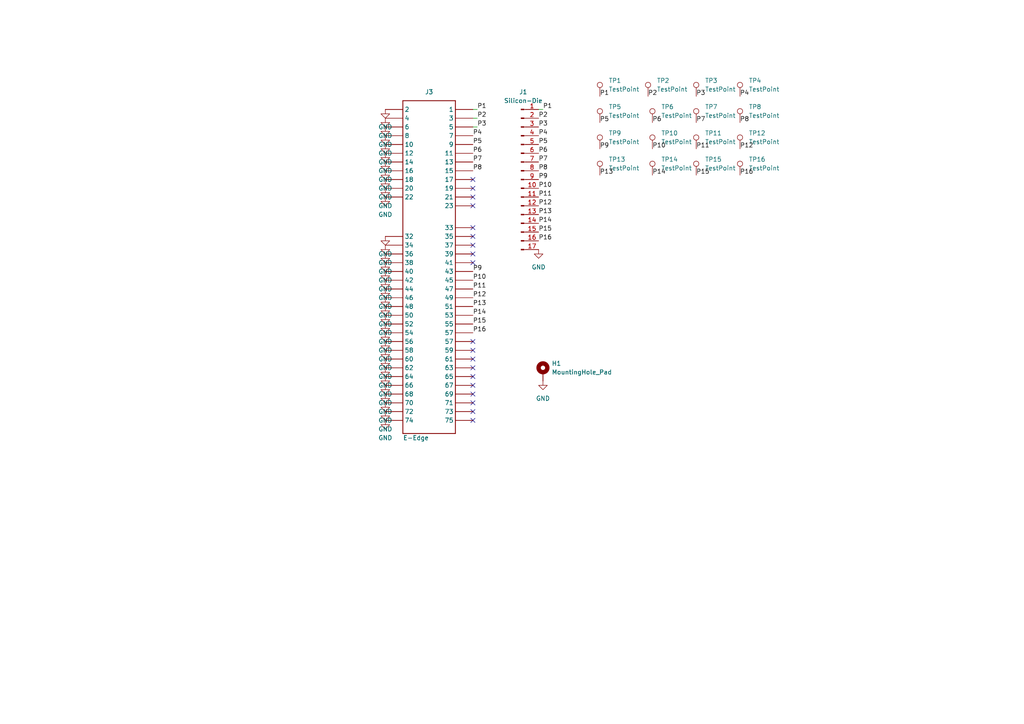
<source format=kicad_sch>
(kicad_sch (version 20230121) (generator eeschema)
  (paper "A4")
  (lib_symbols
    (symbol "Connector:Conn_01x17_Pin" (pin_names (offset 1.016) hide)
      (property "Reference" "J" (at 0 22.86 0))
      (property "Value" "Conn_01x17_Pin" (at 0 -22.86 0))
      (symbol "Conn_01x17_Pin_1_1"
        (polyline (pts (xy 1.27 -20.32) (xy 0.8636 -20.32)) (stroke (width 0.1524)))
        (polyline (pts (xy 1.27 -17.78) (xy 0.8636 -17.78)) (stroke (width 0.1524)))
        (polyline (pts (xy 1.27 -15.24) (xy 0.8636 -15.24)) (stroke (width 0.1524)))
        (polyline (pts (xy 1.27 -12.7) (xy 0.8636 -12.7)) (stroke (width 0.1524)))
        (polyline (pts (xy 1.27 -10.16) (xy 0.8636 -10.16)) (stroke (width 0.1524)))
        (polyline (pts (xy 1.27 -7.62) (xy 0.8636 -7.62)) (stroke (width 0.1524)))
        (polyline (pts (xy 1.27 -5.08) (xy 0.8636 -5.08)) (stroke (width 0.1524)))
        (polyline (pts (xy 1.27 -2.54) (xy 0.8636 -2.54)) (stroke (width 0.1524)))
        (polyline (pts (xy 1.27 0) (xy 0.8636 0)) (stroke (width 0.1524)))
        (polyline (pts (xy 1.27 2.54) (xy 0.8636 2.54)) (stroke (width 0.1524)))
        (polyline (pts (xy 1.27 5.08) (xy 0.8636 5.08)) (stroke (width 0.1524)))
        (polyline (pts (xy 1.27 7.62) (xy 0.8636 7.62)) (stroke (width 0.1524)))
        (polyline (pts (xy 1.27 10.16) (xy 0.8636 10.16)) (stroke (width 0.1524)))
        (polyline (pts (xy 1.27 12.7) (xy 0.8636 12.7)) (stroke (width 0.1524)))
        (polyline (pts (xy 1.27 15.24) (xy 0.8636 15.24)) (stroke (width 0.1524)))
        (polyline (pts (xy 1.27 17.78) (xy 0.8636 17.78)) (stroke (width 0.1524)))
        (polyline (pts (xy 1.27 20.32) (xy 0.8636 20.32)) (stroke (width 0.1524)))
        (rectangle (start 0.8636 -20.193) (end 0 -20.447) (stroke (width 0.1524)) (fill (type outline)))
        (rectangle (start 0.8636 -17.653) (end 0 -17.907) (stroke (width 0.1524)) (fill (type outline)))
        (rectangle (start 0.8636 -15.113) (end 0 -15.367) (stroke (width 0.1524)) (fill (type outline)))
        (rectangle (start 0.8636 -12.573) (end 0 -12.827) (stroke (width 0.1524)) (fill (type outline)))
        (rectangle (start 0.8636 -10.033) (end 0 -10.287) (stroke (width 0.1524)) (fill (type outline)))
        (rectangle (start 0.8636 -7.493) (end 0 -7.747) (stroke (width 0.1524)) (fill (type outline)))
        (rectangle (start 0.8636 -4.953) (end 0 -5.207) (stroke (width 0.1524)) (fill (type outline)))
        (rectangle (start 0.8636 -2.413) (end 0 -2.667) (stroke (width 0.1524)) (fill (type outline)))
        (rectangle (start 0.8636 0.127) (end 0 -0.127) (stroke (width 0.1524)) (fill (type outline)))
        (rectangle (start 0.8636 2.667) (end 0 2.413) (stroke (width 0.1524)) (fill (type outline)))
        (rectangle (start 0.8636 5.207) (end 0 4.953) (stroke (width 0.1524)) (fill (type outline)))
        (rectangle (start 0.8636 7.747) (end 0 7.493) (stroke (width 0.1524)) (fill (type outline)))
        (rectangle (start 0.8636 10.287) (end 0 10.033) (stroke (width 0.1524)) (fill (type outline)))
        (rectangle (start 0.8636 12.827) (end 0 12.573) (stroke (width 0.1524)) (fill (type outline)))
        (rectangle (start 0.8636 15.367) (end 0 15.113) (stroke (width 0.1524)) (fill (type outline)))
        (rectangle (start 0.8636 17.907) (end 0 17.653) (stroke (width 0.1524)) (fill (type outline)))
        (rectangle (start 0.8636 20.447) (end 0 20.193) (stroke (width 0.1524)) (fill (type outline)))
        (pin passive line (at 5.08 20.32 180) (length 3.81) (name "Pin_1") (number "1"))
        (pin passive line (at 5.08 -2.54 180) (length 3.81) (name "Pin_10") (number "10"))
        (pin passive line (at 5.08 -5.08 180) (length 3.81) (name "Pin_11") (number "11"))
        (pin passive line (at 5.08 -7.62 180) (length 3.81) (name "Pin_12") (number "12"))
        (pin passive line (at 5.08 -10.16 180) (length 3.81) (name "Pin_13") (number "13"))
        (pin passive line (at 5.08 -12.7 180) (length 3.81) (name "Pin_14") (number "14"))
        (pin passive line (at 5.08 -15.24 180) (length 3.81) (name "Pin_15") (number "15"))
        (pin passive line (at 5.08 -17.78 180) (length 3.81) (name "Pin_16") (number "16"))
        (pin passive line (at 5.08 -20.32 180) (length 3.81) (name "Pin_17") (number "17"))
        (pin passive line (at 5.08 17.78 180) (length 3.81) (name "Pin_2") (number "2"))
        (pin passive line (at 5.08 15.24 180) (length 3.81) (name "Pin_3") (number "3"))
        (pin passive line (at 5.08 12.7 180) (length 3.81) (name "Pin_4") (number "4"))
        (pin passive line (at 5.08 10.16 180) (length 3.81) (name "Pin_5") (number "5"))
        (pin passive line (at 5.08 7.62 180) (length 3.81) (name "Pin_6") (number "6"))
        (pin passive line (at 5.08 5.08 180) (length 3.81) (name "Pin_7") (number "7"))
        (pin passive line (at 5.08 2.54 180) (length 3.81) (name "Pin_8") (number "8"))
        (pin passive line (at 5.08 0 180) (length 3.81) (name "Pin_9") (number "9"))
      )
    )
    (symbol "Connector:TestPoint" (pin_numbers hide) (pin_names (offset 0.762) hide)
      (property "Reference" "TP" (at 0 6.858 0))
      (property "Value" "TestPoint" (at 0 5.08 0))
      (symbol "TestPoint_0_1"
        (circle (center 0 3.302) (radius 0.762))
      )
      (symbol "TestPoint_1_1"
        (pin passive line (at 0 0 90) (length 2.54) (name "1") (number "1"))
      )
    )
    (symbol "Custom_symbols:M.2-E-Edge"
      (property "Reference" "J3" (at 7.62 91.44 0))
      (property "Value" "E-Edge" (at 3.81 -8.89 0))
      (symbol "M.2-E-Edge_1_0"
        (polyline (pts (xy 0 -7.62) (xy 0 88.9)) (stroke (width 0.254)))
        (polyline (pts (xy 0 -7.62) (xy 15.24 -7.62)) (stroke (width 0.254)))
        (polyline (pts (xy 15.24 88.9) (xy 0 88.9)) (stroke (width 0.254)))
        (polyline (pts (xy 15.24 88.9) (xy 15.24 -7.62)) (stroke (width 0.254)))
        (pin bidirectional line (at 20.32 86.36 180) (length 5.08) (name "1") (number "1"))
        (pin bidirectional line (at -5.08 76.2 0) (length 5.08) (name "10") (number "10"))
        (pin bidirectional line (at 20.32 73.66 180) (length 5.08) (name "11") (number "11"))
        (pin bidirectional line (at -5.08 73.66 0) (length 5.08) (name "12") (number "12"))
        (pin bidirectional line (at 20.32 71.12 180) (length 5.08) (name "13") (number "13"))
        (pin bidirectional line (at -5.08 71.12 0) (length 5.08) (name "14") (number "14"))
        (pin bidirectional line (at 20.32 68.58 180) (length 5.08) (name "15") (number "15"))
        (pin bidirectional line (at -5.08 68.58 0) (length 5.08) (name "16") (number "16"))
        (pin bidirectional line (at 20.32 66.04 180) (length 5.08) (name "17") (number "17"))
        (pin bidirectional line (at -5.08 66.04 0) (length 5.08) (name "18") (number "18"))
        (pin bidirectional line (at 20.32 63.5 180) (length 5.08) (name "19") (number "19"))
        (pin bidirectional line (at -5.08 86.36 0) (length 5.08) (name "2") (number "2"))
        (pin bidirectional line (at -5.08 63.5 0) (length 5.08) (name "20") (number "20"))
        (pin bidirectional line (at 20.32 60.96 180) (length 5.08) (name "21") (number "21"))
        (pin bidirectional line (at -5.08 60.96 0) (length 5.08) (name "22") (number "22"))
        (pin bidirectional line (at 20.32 58.42 180) (length 5.08) (name "23") (number "23"))
        (pin bidirectional line (at 20.32 83.82 180) (length 5.08) (name "3") (number "3"))
        (pin bidirectional line (at -5.08 49.53 0) (length 5.08) (name "32") (number "32"))
        (pin bidirectional line (at 20.32 52.07 180) (length 5.08) (name "33") (number "33"))
        (pin bidirectional line (at -5.08 46.99 0) (length 5.08) (name "34") (number "34"))
        (pin bidirectional line (at 20.32 49.53 180) (length 5.08) (name "35") (number "35"))
        (pin bidirectional line (at -5.08 44.45 0) (length 5.08) (name "36") (number "36"))
        (pin bidirectional line (at 20.32 46.99 180) (length 5.08) (name "37") (number "37"))
        (pin bidirectional line (at -5.08 41.91 0) (length 5.08) (name "38") (number "38"))
        (pin bidirectional line (at 20.32 44.45 180) (length 5.08) (name "39") (number "39"))
        (pin bidirectional line (at -5.08 83.82 0) (length 5.08) (name "4") (number "4"))
        (pin bidirectional line (at -5.08 39.37 0) (length 5.08) (name "40") (number "40"))
        (pin bidirectional line (at 20.32 41.91 180) (length 5.08) (name "41") (number "41"))
        (pin bidirectional line (at -5.08 36.83 0) (length 5.08) (name "42") (number "42"))
        (pin bidirectional line (at 20.32 39.37 180) (length 5.08) (name "43") (number "43"))
        (pin bidirectional line (at -5.08 34.29 0) (length 5.08) (name "44") (number "44"))
        (pin bidirectional line (at 20.32 36.83 180) (length 5.08) (name "45") (number "45"))
        (pin bidirectional line (at -5.08 31.75 0) (length 5.08) (name "46") (number "46"))
        (pin bidirectional line (at 20.32 34.29 180) (length 5.08) (name "47") (number "47"))
        (pin bidirectional line (at -5.08 29.21 0) (length 5.08) (name "48") (number "48"))
        (pin bidirectional line (at 20.32 31.75 180) (length 5.08) (name "49") (number "49"))
        (pin bidirectional line (at 20.32 81.28 180) (length 5.08) (name "5") (number "5"))
        (pin bidirectional line (at -5.08 26.67 0) (length 5.08) (name "50") (number "50"))
        (pin bidirectional line (at 20.32 29.21 180) (length 5.08) (name "51") (number "51"))
        (pin bidirectional line (at -5.08 24.13 0) (length 5.08) (name "52") (number "52"))
        (pin bidirectional line (at 20.32 26.67 180) (length 5.08) (name "53") (number "53"))
        (pin bidirectional line (at -5.08 21.59 0) (length 5.08) (name "54") (number "54"))
        (pin bidirectional line (at 20.32 24.13 180) (length 5.08) (name "55") (number "55"))
        (pin bidirectional line (at -5.08 19.05 0) (length 5.08) (name "56") (number "56"))
        (pin bidirectional line (at 20.32 19.05 180) (length 5.08) (name "57") (number "57"))
        (pin bidirectional line (at 20.32 21.59 180) (length 5.08) (name "57") (number "57"))
        (pin bidirectional line (at -5.08 16.51 0) (length 5.08) (name "58") (number "58"))
        (pin bidirectional line (at 20.32 16.51 180) (length 5.08) (name "59") (number "59"))
        (pin bidirectional line (at -5.08 81.28 0) (length 5.08) (name "6") (number "6"))
        (pin bidirectional line (at -5.08 13.97 0) (length 5.08) (name "60") (number "60"))
        (pin bidirectional line (at 20.32 13.97 180) (length 5.08) (name "61") (number "61"))
        (pin bidirectional line (at -5.08 11.43 0) (length 5.08) (name "62") (number "62"))
        (pin bidirectional line (at 20.32 11.43 180) (length 5.08) (name "63") (number "63"))
        (pin bidirectional line (at -5.08 8.89 0) (length 5.08) (name "64") (number "64"))
        (pin bidirectional line (at 20.32 8.89 180) (length 5.08) (name "65") (number "65"))
        (pin bidirectional line (at -5.08 6.35 0) (length 5.08) (name "66") (number "66"))
        (pin bidirectional line (at 20.32 6.35 180) (length 5.08) (name "67") (number "67"))
        (pin bidirectional line (at -5.08 3.81 0) (length 5.08) (name "68") (number "68"))
        (pin bidirectional line (at 20.32 3.81 180) (length 5.08) (name "69") (number "69"))
        (pin bidirectional line (at 20.32 78.74 180) (length 5.08) (name "7") (number "7"))
        (pin bidirectional line (at -5.08 1.27 0) (length 5.08) (name "70") (number "70"))
        (pin bidirectional line (at 20.32 1.27 180) (length 5.08) (name "71") (number "71"))
        (pin bidirectional line (at -5.08 -1.27 0) (length 5.08) (name "72") (number "72"))
        (pin bidirectional line (at 20.32 -1.27 180) (length 5.08) (name "73") (number "73"))
        (pin bidirectional line (at -5.08 -3.81 0) (length 5.08) (name "74") (number "74"))
        (pin bidirectional line (at 20.32 -3.81 180) (length 5.08) (name "75") (number "75"))
        (pin bidirectional line (at -5.08 78.74 0) (length 5.08) (name "8") (number "8"))
        (pin bidirectional line (at 20.32 76.2 180) (length 5.08) (name "9") (number "9"))
      )
    )
    (symbol "Mechanical:MountingHole_Pad" (pin_numbers hide) (pin_names (offset 1.016) hide)
      (property "Reference" "H" (at 0 6.35 0))
      (property "Value" "MountingHole_Pad" (at 0 4.445 0))
      (symbol "MountingHole_Pad_0_1"
        (circle (center 0 1.27) (radius 1.27) (stroke (width 1.27)))
      )
      (symbol "MountingHole_Pad_1_1"
        (pin input line (at 0 -2.54 90) (length 2.54) (name "1") (number "1"))
      )
    )
    (symbol "power:GND" (power) (pin_names (offset 0))
      (property "Value" "GND" (at 0 -3.81 0))
      (symbol "GND_0_1"
        (polyline (pts (xy 0 0) (xy 0 -1.27) (xy 1.27 -1.27) (xy 0 -2.54) (xy -1.27 -1.27) (xy 0 -1.27)))
      )
      (symbol "GND_1_1"
        (pin power_in line (at 0 0 270) (length 0) hide (name "GND") (number "1"))
      )
    )
  )
  (no_connect (at 137.16 104.14))
  (no_connect (at 137.16 54.61))
  (no_connect (at 137.16 111.76))
  (no_connect (at 137.16 66.04))
  (no_connect (at 137.16 116.84))
  (no_connect (at 137.16 121.92))
  (no_connect (at 137.16 73.66))
  (no_connect (at 137.16 76.2))
  (no_connect (at 137.16 106.68))
  (no_connect (at 137.16 59.69))
  (no_connect (at 137.16 57.15))
  (no_connect (at 137.16 109.22))
  (no_connect (at 137.16 99.06))
  (no_connect (at 137.16 71.12))
  (no_connect (at 137.16 68.58))
  (no_connect (at 137.16 114.3))
  (no_connect (at 137.16 119.38))
  (no_connect (at 137.16 101.6))
  (no_connect (at 137.16 52.07))
  (wire (pts (xy 138.43 31.75) (xy 137.16 31.75)))
  (wire (pts (xy 138.43 34.29) (xy 137.16 34.29)))
  (wire (pts (xy 138.43 36.83) (xy 137.16 36.83)))
  (wire (pts (xy 157.48 31.75) (xy 156.21 31.75)))
  (label "P5" (at 137.16 41.91 0))
  (label "P1" (at 157.48 31.75 0))
  (label "P16" (at 137.16 96.52 0))
  (label "P16" (at 156.21 69.85 0))
  (label "P6" (at 189.23 35.56 0))
  (label "P15" (at 156.21 67.31 0))
  (label "P2" (at 187.96 27.94 0))
  (label "P6" (at 137.16 44.45 0))
  (label "P8" (at 137.16 49.53 0))
  (label "P3" (at 201.93 27.94 0))
  (label "P4" (at 214.63 27.94 0))
  (label "P13" (at 156.21 62.23 0))
  (label "P7" (at 137.16 46.99 0))
  (label "P12" (at 214.63 43.18 0))
  (label "P9" (at 137.16 78.74 0))
  (label "P10" (at 137.16 81.28 0))
  (label "P5" (at 173.99 35.56 0))
  (label "P3" (at 156.21 36.83 0))
  (label "P14" (at 189.23 50.8 0))
  (label "P9" (at 173.99 43.18 0))
  (label "P13" (at 173.99 50.8 0))
  (label "P1" (at 138.43 31.75 0))
  (label "P2" (at 156.21 34.29 0))
  (label "P1" (at 173.99 27.94 0))
  (label "P11" (at 201.93 43.18 0))
  (label "P6" (at 156.21 44.45 0))
  (label "P8" (at 156.21 49.53 0))
  (label "P15" (at 201.93 50.8 0))
  (label "P4" (at 156.21 39.37 0))
  (label "P5" (at 156.21 41.91 0))
  (label "P10" (at 189.23 43.18 0))
  (label "P12" (at 137.16 86.36 0))
  (label "P8" (at 214.63 35.56 0))
  (label "P9" (at 156.21 52.07 0))
  (label "P12" (at 156.21 59.69 0))
  (label "P16" (at 214.63 50.8 0))
  (label "P7" (at 201.93 35.56 0))
  (label "P13" (at 137.16 88.9 0))
  (label "P14" (at 137.16 91.44 0))
  (label "P7" (at 156.21 46.99 0))
  (label "P3" (at 138.43 36.83 0))
  (label "P4" (at 137.16 39.37 0))
  (label "P15" (at 137.16 93.98 0))
  (label "P11" (at 137.16 83.82 0))
  (label "P2" (at 138.43 34.29 0))
  (label "P10" (at 156.21 54.61 0))
  (label "P11" (at 156.21 57.15 0))
  (label "P14" (at 156.21 64.77 0))
  (symbol (lib_id "power:GND") (at 111.76 57.15 0) (unit 1)
    (property "Reference" "#PWR013" (effects hide))
    (property "Value" "GND" (at 111.76 62.23 0))
  )
  (symbol (lib_id "Connector:TestPoint") (at 214.63 50.8 0) (unit 1)
    (property "Reference" "TP16" (at 217.17 46.228 0) (effects (justify left)))
    (property "Value" "TestPoint" (at 217.17 48.768 0) (effects (justify left)))
    (property "Footprint" "TestPoint:TestPoint_Pad_1.5x1.5mm" (effects hide))
  )
  (symbol (lib_id "Connector:TestPoint") (at 173.99 50.8 0) (unit 1)
    (property "Reference" "TP13" (at 176.53 46.228 0) (effects (justify left)))
    (property "Value" "TestPoint" (at 176.53 48.768 0) (effects (justify left)))
    (property "Footprint" "TestPoint:TestPoint_Pad_1.5x1.5mm" (effects hide))
  )
  (symbol (lib_id "power:GND") (at 111.76 41.91 0) (unit 1)
    (property "Reference" "#PWR07" (effects hide))
    (property "Value" "GND" (at 111.76 46.99 0))
  )
  (symbol (lib_id "Mechanical:MountingHole_Pad") (at 157.48 107.95 0) (unit 1)
    (property "Reference" "H1" (at 160.02 105.41 0) (effects (justify left)))
    (property "Value" "MountingHole_Pad" (at 160.02 107.95 0) (effects (justify left)))
    (property "Footprint" "Custom_Footprints:MH_2mm" (effects hide))
  )
  (symbol (lib_id "Connector:TestPoint") (at 173.99 27.94 0) (unit 1)
    (property "Reference" "TP1" (at 176.53 23.368 0) (effects (justify left)))
    (property "Value" "TestPoint" (at 176.53 25.908 0) (effects (justify left)))
    (property "Footprint" "TestPoint:TestPoint_Pad_1.5x1.5mm" (effects hide))
  )
  (symbol (lib_id "power:GND") (at 111.76 52.07 0) (unit 1)
    (property "Reference" "#PWR011" (effects hide))
    (property "Value" "GND" (at 111.76 57.15 0))
  )
  (symbol (lib_id "power:GND") (at 111.76 116.84 0) (unit 1)
    (property "Reference" "#PWR033" (effects hide))
    (property "Value" "GND" (at 111.76 121.92 0))
  )
  (symbol (lib_id "power:GND") (at 156.21 72.39 0) (unit 1)
    (property "Reference" "#PWR01" (effects hide))
    (property "Value" "GND" (at 156.21 77.47 0))
  )
  (symbol (lib_id "power:GND") (at 111.76 88.9 0) (unit 1)
    (property "Reference" "#PWR022" (effects hide))
    (property "Value" "GND" (at 111.76 93.98 0))
  )
  (symbol (lib_id "Connector:TestPoint") (at 201.93 35.56 0) (unit 1)
    (property "Reference" "TP7" (at 204.47 30.988 0) (effects (justify left)))
    (property "Value" "TestPoint" (at 204.47 33.528 0) (effects (justify left)))
    (property "Footprint" "TestPoint:TestPoint_Pad_1.5x1.5mm" (effects hide))
  )
  (symbol (lib_id "power:GND") (at 157.48 110.49 0) (unit 1)
    (property "Reference" "#PWR02" (effects hide))
    (property "Value" "GND" (at 157.48 115.57 0))
  )
  (symbol (lib_id "power:GND") (at 111.76 46.99 0) (unit 1)
    (property "Reference" "#PWR09" (effects hide))
    (property "Value" "GND" (at 111.76 52.07 0))
  )
  (symbol (lib_id "power:GND") (at 111.76 78.74 0) (unit 1)
    (property "Reference" "#PWR018" (effects hide))
    (property "Value" "GND" (at 111.76 83.82 0))
  )
  (symbol (lib_id "power:GND") (at 111.76 106.68 0) (unit 1)
    (property "Reference" "#PWR029" (effects hide))
    (property "Value" "GND" (at 111.76 111.76 0))
  )
  (symbol (lib_id "power:GND") (at 111.76 81.28 0) (unit 1)
    (property "Reference" "#PWR020" (effects hide))
    (property "Value" "GND" (at 111.76 86.36 0))
  )
  (symbol (lib_id "power:GND") (at 111.76 54.61 0) (unit 1)
    (property "Reference" "#PWR012" (effects hide))
    (property "Value" "GND" (at 111.76 59.69 0))
  )
  (symbol (lib_id "Connector:TestPoint") (at 214.63 27.94 0) (unit 1)
    (property "Reference" "TP4" (at 217.17 23.368 0) (effects (justify left)))
    (property "Value" "TestPoint" (at 217.17 25.908 0) (effects (justify left)))
    (property "Footprint" "TestPoint:TestPoint_Pad_1.5x1.5mm" (effects hide))
  )
  (symbol (lib_id "power:GND") (at 111.76 104.14 0) (unit 1)
    (property "Reference" "#PWR028" (effects hide))
    (property "Value" "GND" (at 111.76 109.22 0))
  )
  (symbol (lib_id "power:GND") (at 111.76 36.83 0) (unit 1)
    (property "Reference" "#PWR05" (effects hide))
    (property "Value" "GND" (at 111.76 41.91 0))
  )
  (symbol (lib_id "power:GND") (at 111.76 114.3 0) (unit 1)
    (property "Reference" "#PWR032" (effects hide))
    (property "Value" "GND" (at 111.76 119.38 0))
  )
  (symbol (lib_id "power:GND") (at 111.76 34.29 0) (unit 1)
    (property "Reference" "#PWR04" (effects hide))
    (property "Value" "GND" (at 111.76 39.37 0))
  )
  (symbol (lib_id "power:GND") (at 111.76 49.53 0) (unit 1)
    (property "Reference" "#PWR010" (effects hide))
    (property "Value" "GND" (at 111.76 54.61 0))
  )
  (symbol (lib_id "power:GND") (at 111.76 73.66 0) (unit 1)
    (property "Reference" "#PWR016" (effects hide))
    (property "Value" "GND" (at 111.76 78.74 0))
  )
  (symbol (lib_id "power:GND") (at 111.76 71.12 0) (unit 1)
    (property "Reference" "#PWR015" (effects hide))
    (property "Value" "GND" (at 111.76 76.2 0))
  )
  (symbol (lib_id "power:GND") (at 111.76 93.98 0) (unit 1)
    (property "Reference" "#PWR024" (effects hide))
    (property "Value" "GND" (at 111.76 99.06 0))
  )
  (symbol (lib_id "power:GND") (at 111.76 44.45 0) (unit 1)
    (property "Reference" "#PWR08" (effects hide))
    (property "Value" "GND" (at 111.76 49.53 0))
  )
  (symbol (lib_id "power:GND") (at 111.76 31.75 0) (unit 1)
    (property "Reference" "#PWR03" (effects hide))
    (property "Value" "GND" (at 111.76 36.83 0))
  )
  (symbol (lib_id "Connector:TestPoint") (at 189.23 50.8 0) (unit 1)
    (property "Reference" "TP14" (at 191.77 46.228 0) (effects (justify left)))
    (property "Value" "TestPoint" (at 191.77 48.768 0) (effects (justify left)))
    (property "Footprint" "TestPoint:TestPoint_Pad_1.5x1.5mm" (effects hide))
  )
  (symbol (lib_id "power:GND") (at 111.76 76.2 0) (unit 1)
    (property "Reference" "#PWR017" (effects hide))
    (property "Value" "GND" (at 111.76 81.28 0))
  )
  (symbol (lib_id "Connector:TestPoint") (at 173.99 43.18 0) (unit 1)
    (property "Reference" "TP9" (at 176.53 38.608 0) (effects (justify left)))
    (property "Value" "TestPoint" (at 176.53 41.148 0) (effects (justify left)))
    (property "Footprint" "TestPoint:TestPoint_Pad_1.5x1.5mm" (effects hide))
  )
  (symbol (lib_id "Connector:TestPoint") (at 201.93 27.94 0) (unit 1)
    (property "Reference" "TP3" (at 204.47 23.368 0) (effects (justify left)))
    (property "Value" "TestPoint" (at 204.47 25.908 0) (effects (justify left)))
    (property "Footprint" "TestPoint:TestPoint_Pad_1.5x1.5mm" (effects hide))
  )
  (symbol (lib_id "power:GND") (at 111.76 91.44 0) (unit 1)
    (property "Reference" "#PWR023" (effects hide))
    (property "Value" "GND" (at 111.76 96.52 0))
  )
  (symbol (lib_id "Connector:TestPoint") (at 201.93 43.18 0) (unit 1)
    (property "Reference" "TP11" (at 204.47 38.608 0) (effects (justify left)))
    (property "Value" "TestPoint" (at 204.47 41.148 0) (effects (justify left)))
    (property "Footprint" "TestPoint:TestPoint_Pad_1.5x1.5mm" (effects hide))
  )
  (symbol (lib_id "Connector:TestPoint") (at 201.93 50.8 0) (unit 1)
    (property "Reference" "TP15" (at 204.47 46.228 0) (effects (justify left)))
    (property "Value" "TestPoint" (at 204.47 48.768 0) (effects (justify left)))
    (property "Footprint" "TestPoint:TestPoint_Pad_1.5x1.5mm" (effects hide))
  )
  (symbol (lib_id "power:GND") (at 111.76 68.58 0) (unit 1)
    (property "Reference" "#PWR014" (effects hide))
    (property "Value" "GND" (at 111.76 73.66 0))
  )
  (symbol (lib_id "Connector:TestPoint") (at 189.23 43.18 0) (unit 1)
    (property "Reference" "TP10" (at 191.77 38.608 0) (effects (justify left)))
    (property "Value" "TestPoint" (at 191.77 41.148 0) (effects (justify left)))
    (property "Footprint" "TestPoint:TestPoint_Pad_1.5x1.5mm" (effects hide))
  )
  (symbol (lib_id "power:GND") (at 111.76 83.82 0) (unit 1)
    (property "Reference" "#PWR021" (effects hide))
    (property "Value" "GND" (at 111.76 88.9 0))
  )
  (symbol (lib_id "Custom_symbols:M.2-E-Edge") (at 116.84 118.11 0) (unit 1)
    (property "Reference" "J3" (at 124.46 26.67 0))
    (property "Value" "E-Edge" (at 120.65 127 0))
    (property "Footprint" "Custom_Footprints:E-Key_Edge" (effects hide))
  )
  (symbol (lib_id "power:GND") (at 111.76 111.76 0) (unit 1)
    (property "Reference" "#PWR031" (effects hide))
    (property "Value" "GND" (at 111.76 116.84 0))
  )
  (symbol (lib_id "power:GND") (at 111.76 119.38 0) (unit 1)
    (property "Reference" "#PWR034" (effects hide))
    (property "Value" "GND" (at 111.76 124.46 0))
  )
  (symbol (lib_id "Connector:TestPoint") (at 173.99 35.56 0) (unit 1)
    (property "Reference" "TP5" (at 176.53 30.988 0) (effects (justify left)))
    (property "Value" "TestPoint" (at 176.53 33.528 0) (effects (justify left)))
    (property "Footprint" "TestPoint:TestPoint_Pad_1.5x1.5mm" (effects hide))
  )
  (symbol (lib_id "Connector:TestPoint") (at 214.63 35.56 0) (unit 1)
    (property "Reference" "TP8" (at 217.17 30.988 0) (effects (justify left)))
    (property "Value" "TestPoint" (at 217.17 33.528 0) (effects (justify left)))
    (property "Footprint" "TestPoint:TestPoint_Pad_1.5x1.5mm" (effects hide))
  )
  (symbol (lib_id "power:GND") (at 111.76 39.37 0) (unit 1)
    (property "Reference" "#PWR06" (effects hide))
    (property "Value" "GND" (at 111.76 44.45 0))
  )
  (symbol (lib_id "Connector:Conn_01x17_Pin") (at 151.13 52.07 0) (unit 1)
    (property "Reference" "J1" (at 151.765 26.67 0))
    (property "Value" "Silicon-Die" (at 151.765 29.21 0))
    (property "Footprint" "Custom_Footprints:new_sillicon_die_footprint" (effects hide))
  )
  (symbol (lib_id "power:GND") (at 111.76 86.36 0) (unit 1)
    (property "Reference" "#PWR019" (effects hide))
    (property "Value" "GND" (at 111.76 91.44 0))
  )
  (symbol (lib_id "power:GND") (at 111.76 101.6 0) (unit 1)
    (property "Reference" "#PWR027" (effects hide))
    (property "Value" "GND" (at 111.76 106.68 0))
  )
  (symbol (lib_id "power:GND") (at 111.76 96.52 0) (unit 1)
    (property "Reference" "#PWR025" (effects hide))
    (property "Value" "GND" (at 111.76 101.6 0))
  )
  (symbol (lib_id "Connector:TestPoint") (at 189.23 35.56 0) (unit 1)
    (property "Reference" "TP6" (at 191.77 30.988 0) (effects (justify left)))
    (property "Value" "TestPoint" (at 191.77 33.528 0) (effects (justify left)))
    (property "Footprint" "TestPoint:TestPoint_Pad_1.5x1.5mm" (effects hide))
  )
  (symbol (lib_id "power:GND") (at 111.76 99.06 0) (unit 1)
    (property "Reference" "#PWR026" (effects hide))
    (property "Value" "GND" (at 111.76 104.14 0))
  )
  (symbol (lib_id "power:GND") (at 111.76 109.22 0) (unit 1)
    (property "Reference" "#PWR030" (effects hide))
    (property "Value" "GND" (at 111.76 114.3 0))
  )
  (symbol (lib_id "Connector:TestPoint") (at 187.96 27.94 0) (unit 1)
    (property "Reference" "TP2" (at 190.5 23.368 0) (effects (justify left)))
    (property "Value" "TestPoint" (at 190.5 25.908 0) (effects (justify left)))
    (property "Footprint" "TestPoint:TestPoint_Pad_1.5x1.5mm" (effects hide))
  )
  (symbol (lib_id "Connector:TestPoint") (at 214.63 43.18 0) (unit 1)
    (property "Reference" "TP12" (at 217.17 38.608 0) (effects (justify left)))
    (property "Value" "TestPoint" (at 217.17 41.148 0) (effects (justify left)))
    (property "Footprint" "TestPoint:TestPoint_Pad_1.5x1.5mm" (effects hide))
  )
  (symbol (lib_id "power:GND") (at 111.76 121.92 0) (unit 1)
    (property "Reference" "#PWR035" (effects hide))
    (property "Value" "GND" (at 111.76 127 0))
  )
)
</source>
